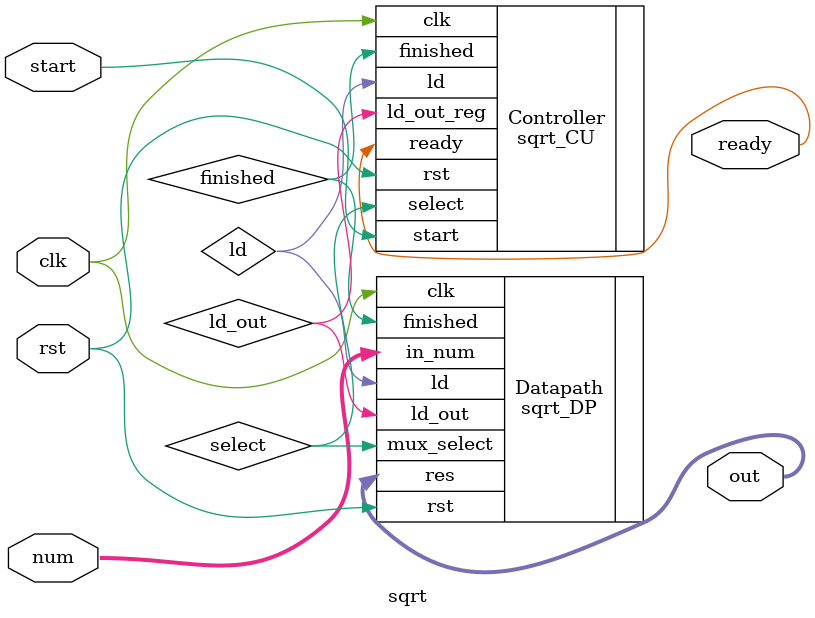
<source format=v>
`include "sqrt_CU.v"
`include "sqrt_DP.v"

module sqrt(clk , rst, start, num, ready, out);
/*
This unit calculates square root (for integer numbers):
	out = sqrt(num)
inputs:
	clk and rst: clock and asynchronous reset
	start: A signal that is used for starting the operation (it is a handshaking signal)
	num: input number
outputs:
	out: square root of num
	ready: A signal indicating that the output is ready
*/
	parameter SIZE = 32;
	input clk, rst, start;
	input [SIZE - 1 : 0] num;
	output ready;
	output [SIZE - 1 : 0] out;

	wire finished, select, ld, ld_out;

	sqrt_DP #(SIZE) Datapath(.in_num(num), .res(out), .ld(ld), .ld_out(ld_out)
							, .mux_select(select), .finished(finished), .clk(clk), .rst(rst));
	sqrt_CU Controller(.start(start), .finished(finished), .ld(ld), .ld_out_reg(ld_out)
						, .select(select), .ready(ready), .clk(clk), .rst(rst));
endmodule
</source>
